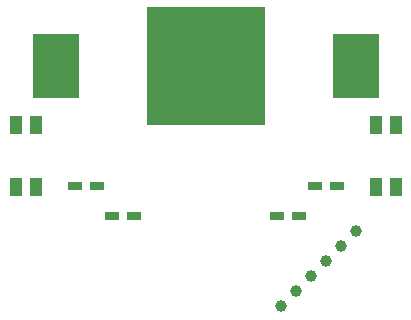
<source format=gbs>
G04 #@! TF.FileFunction,Soldermask,Bot*
%FSLAX46Y46*%
G04 Gerber Fmt 4.6, Leading zero omitted, Abs format (unit mm)*
G04 Created by KiCad (PCBNEW 4.0.7) date 07/30/18 21:48:31*
%MOMM*%
%LPD*%
G01*
G04 APERTURE LIST*
%ADD10C,0.100000*%
%ADD11R,4.000000X5.500000*%
%ADD12R,10.000000X10.000000*%
%ADD13C,1.000000*%
%ADD14R,1.000000X1.550000*%
%ADD15R,1.200000X0.750000*%
G04 APERTURE END LIST*
D10*
D11*
X136525000Y-99695000D03*
X161925000Y-99695000D03*
D12*
X149225000Y-99695000D03*
D13*
X156845000Y-118745000D03*
X155575000Y-120015000D03*
X159385000Y-116205000D03*
X160655000Y-114935000D03*
X158115000Y-117475000D03*
X161925000Y-113665000D03*
D14*
X134835000Y-109940000D03*
X134835000Y-104690000D03*
X133135000Y-104690000D03*
X133135000Y-109940000D03*
X163615000Y-104690000D03*
X163615000Y-109940000D03*
X165315000Y-109940000D03*
X165315000Y-104690000D03*
D15*
X140015000Y-109855000D03*
X138115000Y-109855000D03*
X143190000Y-112395000D03*
X141290000Y-112395000D03*
X158435000Y-109855000D03*
X160335000Y-109855000D03*
X155260000Y-112395000D03*
X157160000Y-112395000D03*
M02*

</source>
